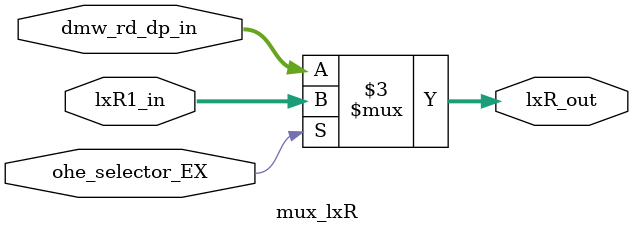
<source format=v>




`timescale 1ns/1ps

// module mux_lxR : mux_lxR
module mux_lxR
  ( input                    ohe_selector_EX,
    input      signed [31:0] dmw_rd_dp_in, // w32
    input      signed [31:0] lxR1_in, // w32
    output reg signed [31:0] lxR_out // w32
  );


  always @ (*)

  begin : p_mux_lxR

    // lxR_out = 32'sh0;

    // (lxR_copy0_dmw_rd_EX)
    // [cnn.n:99]
    lxR_out = dmw_rd_dp_in;

    if (ohe_selector_EX) // (lxR_copy_lxR1_EX)
    begin
      // [ldst.n:68][ldst.n:69][ldst.n:70][ldst.n:71][ldst.n:72]
      lxR_out = lxR1_in;
    end

  end

endmodule

</source>
